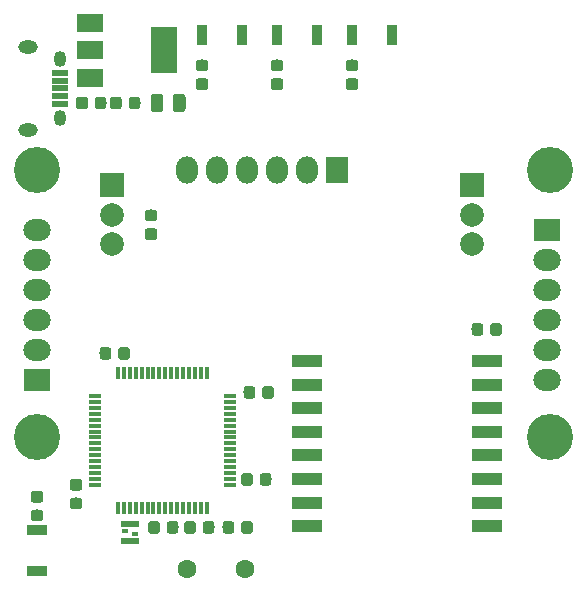
<source format=gts>
G04 #@! TF.GenerationSoftware,KiCad,Pcbnew,(5.0.1-dev-5-g30da1a3b0)*
G04 #@! TF.CreationDate,2018-07-23T01:39:50-07:00*
G04 #@! TF.ProjectId,clock3,636C6F636B332E6B696361645F706362,rev?*
G04 #@! TF.SameCoordinates,Original*
G04 #@! TF.FileFunction,Soldermask,Top*
G04 #@! TF.FilePolarity,Negative*
%FSLAX46Y46*%
G04 Gerber Fmt 4.6, Leading zero omitted, Abs format (unit mm)*
G04 Created by KiCad (PCBNEW (5.0.1-dev-5-g30da1a3b0)) date Mon Jul 23 01:39:50 2018*
%MOMM*%
%LPD*%
G01*
G04 APERTURE LIST*
%ADD10C,3.901600*%
%ADD11R,2.001600X2.001600*%
%ADD12C,2.001600*%
%ADD13C,0.100000*%
%ADD14C,0.976600*%
%ADD15C,1.076600*%
%ADD16R,1.451600X0.501600*%
%ADD17O,1.051600X1.351600*%
%ADD18O,1.651600X1.101600*%
%ADD19R,1.841600X2.301600*%
%ADD20O,1.841600X2.301600*%
%ADD21O,2.301600X1.841600*%
%ADD22R,2.301600X1.841600*%
%ADD23R,0.901600X1.801600*%
%ADD24R,1.801600X0.901600*%
%ADD25R,2.301600X1.601600*%
%ADD26R,2.301600X3.901600*%
%ADD27R,0.351600X1.101600*%
%ADD28R,1.101600X0.351600*%
%ADD29R,2.601600X1.101600*%
%ADD30C,1.601600*%
%ADD31R,1.501600X0.501600*%
%ADD32R,0.601600X0.301600*%
G04 APERTURE END LIST*
D10*
G04 #@! TO.C,MK4*
X148844000Y-112776000D03*
G04 #@! TD*
G04 #@! TO.C,MK3*
X105410000Y-112776000D03*
G04 #@! TD*
G04 #@! TO.C,MK2*
X148844000Y-90170000D03*
G04 #@! TD*
D11*
G04 #@! TO.C,BOOT1*
X111760000Y-91440000D03*
D12*
X111760000Y-93940000D03*
X111760000Y-96440000D03*
G04 #@! TD*
G04 #@! TO.C,BOOT2*
X142240000Y-96440000D03*
X142240000Y-93940000D03*
D11*
X142240000Y-91440000D03*
G04 #@! TD*
D13*
G04 #@! TO.C,C1*
G36*
X111063081Y-83930376D02*
X111086781Y-83933891D01*
X111110023Y-83939713D01*
X111132582Y-83947785D01*
X111154242Y-83958029D01*
X111174792Y-83970347D01*
X111194037Y-83984619D01*
X111211790Y-84000710D01*
X111227881Y-84018463D01*
X111242153Y-84037708D01*
X111254471Y-84058258D01*
X111264715Y-84079918D01*
X111272787Y-84102477D01*
X111278609Y-84125719D01*
X111282124Y-84149419D01*
X111283300Y-84173350D01*
X111283300Y-84736650D01*
X111282124Y-84760581D01*
X111278609Y-84784281D01*
X111272787Y-84807523D01*
X111264715Y-84830082D01*
X111254471Y-84851742D01*
X111242153Y-84872292D01*
X111227881Y-84891537D01*
X111211790Y-84909290D01*
X111194037Y-84925381D01*
X111174792Y-84939653D01*
X111154242Y-84951971D01*
X111132582Y-84962215D01*
X111110023Y-84970287D01*
X111086781Y-84976109D01*
X111063081Y-84979624D01*
X111039150Y-84980800D01*
X110550850Y-84980800D01*
X110526919Y-84979624D01*
X110503219Y-84976109D01*
X110479977Y-84970287D01*
X110457418Y-84962215D01*
X110435758Y-84951971D01*
X110415208Y-84939653D01*
X110395963Y-84925381D01*
X110378210Y-84909290D01*
X110362119Y-84891537D01*
X110347847Y-84872292D01*
X110335529Y-84851742D01*
X110325285Y-84830082D01*
X110317213Y-84807523D01*
X110311391Y-84784281D01*
X110307876Y-84760581D01*
X110306700Y-84736650D01*
X110306700Y-84173350D01*
X110307876Y-84149419D01*
X110311391Y-84125719D01*
X110317213Y-84102477D01*
X110325285Y-84079918D01*
X110335529Y-84058258D01*
X110347847Y-84037708D01*
X110362119Y-84018463D01*
X110378210Y-84000710D01*
X110395963Y-83984619D01*
X110415208Y-83970347D01*
X110435758Y-83958029D01*
X110457418Y-83947785D01*
X110479977Y-83939713D01*
X110503219Y-83933891D01*
X110526919Y-83930376D01*
X110550850Y-83929200D01*
X111039150Y-83929200D01*
X111063081Y-83930376D01*
X111063081Y-83930376D01*
G37*
D14*
X110795000Y-84455000D03*
D13*
G36*
X109488081Y-83930376D02*
X109511781Y-83933891D01*
X109535023Y-83939713D01*
X109557582Y-83947785D01*
X109579242Y-83958029D01*
X109599792Y-83970347D01*
X109619037Y-83984619D01*
X109636790Y-84000710D01*
X109652881Y-84018463D01*
X109667153Y-84037708D01*
X109679471Y-84058258D01*
X109689715Y-84079918D01*
X109697787Y-84102477D01*
X109703609Y-84125719D01*
X109707124Y-84149419D01*
X109708300Y-84173350D01*
X109708300Y-84736650D01*
X109707124Y-84760581D01*
X109703609Y-84784281D01*
X109697787Y-84807523D01*
X109689715Y-84830082D01*
X109679471Y-84851742D01*
X109667153Y-84872292D01*
X109652881Y-84891537D01*
X109636790Y-84909290D01*
X109619037Y-84925381D01*
X109599792Y-84939653D01*
X109579242Y-84951971D01*
X109557582Y-84962215D01*
X109535023Y-84970287D01*
X109511781Y-84976109D01*
X109488081Y-84979624D01*
X109464150Y-84980800D01*
X108975850Y-84980800D01*
X108951919Y-84979624D01*
X108928219Y-84976109D01*
X108904977Y-84970287D01*
X108882418Y-84962215D01*
X108860758Y-84951971D01*
X108840208Y-84939653D01*
X108820963Y-84925381D01*
X108803210Y-84909290D01*
X108787119Y-84891537D01*
X108772847Y-84872292D01*
X108760529Y-84851742D01*
X108750285Y-84830082D01*
X108742213Y-84807523D01*
X108736391Y-84784281D01*
X108732876Y-84760581D01*
X108731700Y-84736650D01*
X108731700Y-84173350D01*
X108732876Y-84149419D01*
X108736391Y-84125719D01*
X108742213Y-84102477D01*
X108750285Y-84079918D01*
X108760529Y-84058258D01*
X108772847Y-84037708D01*
X108787119Y-84018463D01*
X108803210Y-84000710D01*
X108820963Y-83984619D01*
X108840208Y-83970347D01*
X108860758Y-83958029D01*
X108882418Y-83947785D01*
X108904977Y-83939713D01*
X108928219Y-83933891D01*
X108951919Y-83930376D01*
X108975850Y-83929200D01*
X109464150Y-83929200D01*
X109488081Y-83930376D01*
X109488081Y-83930376D01*
G37*
D14*
X109220000Y-84455000D03*
G04 #@! TD*
D13*
G04 #@! TO.C,C2*
G36*
X113933081Y-83930376D02*
X113956781Y-83933891D01*
X113980023Y-83939713D01*
X114002582Y-83947785D01*
X114024242Y-83958029D01*
X114044792Y-83970347D01*
X114064037Y-83984619D01*
X114081790Y-84000710D01*
X114097881Y-84018463D01*
X114112153Y-84037708D01*
X114124471Y-84058258D01*
X114134715Y-84079918D01*
X114142787Y-84102477D01*
X114148609Y-84125719D01*
X114152124Y-84149419D01*
X114153300Y-84173350D01*
X114153300Y-84736650D01*
X114152124Y-84760581D01*
X114148609Y-84784281D01*
X114142787Y-84807523D01*
X114134715Y-84830082D01*
X114124471Y-84851742D01*
X114112153Y-84872292D01*
X114097881Y-84891537D01*
X114081790Y-84909290D01*
X114064037Y-84925381D01*
X114044792Y-84939653D01*
X114024242Y-84951971D01*
X114002582Y-84962215D01*
X113980023Y-84970287D01*
X113956781Y-84976109D01*
X113933081Y-84979624D01*
X113909150Y-84980800D01*
X113420850Y-84980800D01*
X113396919Y-84979624D01*
X113373219Y-84976109D01*
X113349977Y-84970287D01*
X113327418Y-84962215D01*
X113305758Y-84951971D01*
X113285208Y-84939653D01*
X113265963Y-84925381D01*
X113248210Y-84909290D01*
X113232119Y-84891537D01*
X113217847Y-84872292D01*
X113205529Y-84851742D01*
X113195285Y-84830082D01*
X113187213Y-84807523D01*
X113181391Y-84784281D01*
X113177876Y-84760581D01*
X113176700Y-84736650D01*
X113176700Y-84173350D01*
X113177876Y-84149419D01*
X113181391Y-84125719D01*
X113187213Y-84102477D01*
X113195285Y-84079918D01*
X113205529Y-84058258D01*
X113217847Y-84037708D01*
X113232119Y-84018463D01*
X113248210Y-84000710D01*
X113265963Y-83984619D01*
X113285208Y-83970347D01*
X113305758Y-83958029D01*
X113327418Y-83947785D01*
X113349977Y-83939713D01*
X113373219Y-83933891D01*
X113396919Y-83930376D01*
X113420850Y-83929200D01*
X113909150Y-83929200D01*
X113933081Y-83930376D01*
X113933081Y-83930376D01*
G37*
D14*
X113665000Y-84455000D03*
D13*
G36*
X112358081Y-83930376D02*
X112381781Y-83933891D01*
X112405023Y-83939713D01*
X112427582Y-83947785D01*
X112449242Y-83958029D01*
X112469792Y-83970347D01*
X112489037Y-83984619D01*
X112506790Y-84000710D01*
X112522881Y-84018463D01*
X112537153Y-84037708D01*
X112549471Y-84058258D01*
X112559715Y-84079918D01*
X112567787Y-84102477D01*
X112573609Y-84125719D01*
X112577124Y-84149419D01*
X112578300Y-84173350D01*
X112578300Y-84736650D01*
X112577124Y-84760581D01*
X112573609Y-84784281D01*
X112567787Y-84807523D01*
X112559715Y-84830082D01*
X112549471Y-84851742D01*
X112537153Y-84872292D01*
X112522881Y-84891537D01*
X112506790Y-84909290D01*
X112489037Y-84925381D01*
X112469792Y-84939653D01*
X112449242Y-84951971D01*
X112427582Y-84962215D01*
X112405023Y-84970287D01*
X112381781Y-84976109D01*
X112358081Y-84979624D01*
X112334150Y-84980800D01*
X111845850Y-84980800D01*
X111821919Y-84979624D01*
X111798219Y-84976109D01*
X111774977Y-84970287D01*
X111752418Y-84962215D01*
X111730758Y-84951971D01*
X111710208Y-84939653D01*
X111690963Y-84925381D01*
X111673210Y-84909290D01*
X111657119Y-84891537D01*
X111642847Y-84872292D01*
X111630529Y-84851742D01*
X111620285Y-84830082D01*
X111612213Y-84807523D01*
X111606391Y-84784281D01*
X111602876Y-84760581D01*
X111601700Y-84736650D01*
X111601700Y-84173350D01*
X111602876Y-84149419D01*
X111606391Y-84125719D01*
X111612213Y-84102477D01*
X111620285Y-84079918D01*
X111630529Y-84058258D01*
X111642847Y-84037708D01*
X111657119Y-84018463D01*
X111673210Y-84000710D01*
X111690963Y-83984619D01*
X111710208Y-83970347D01*
X111730758Y-83958029D01*
X111752418Y-83947785D01*
X111774977Y-83939713D01*
X111798219Y-83933891D01*
X111821919Y-83930376D01*
X111845850Y-83929200D01*
X112334150Y-83929200D01*
X112358081Y-83930376D01*
X112358081Y-83930376D01*
G37*
D14*
X112090000Y-84455000D03*
G04 #@! TD*
D13*
G04 #@! TO.C,C3*
G36*
X115865531Y-83705496D02*
X115891659Y-83709372D01*
X115917280Y-83715790D01*
X115942149Y-83724688D01*
X115966026Y-83735981D01*
X115988682Y-83749560D01*
X116009897Y-83765294D01*
X116029468Y-83783032D01*
X116047206Y-83802603D01*
X116062940Y-83823818D01*
X116076519Y-83846474D01*
X116087812Y-83870351D01*
X116096710Y-83895220D01*
X116103128Y-83920841D01*
X116107004Y-83946969D01*
X116108300Y-83973350D01*
X116108300Y-84936650D01*
X116107004Y-84963031D01*
X116103128Y-84989159D01*
X116096710Y-85014780D01*
X116087812Y-85039649D01*
X116076519Y-85063526D01*
X116062940Y-85086182D01*
X116047206Y-85107397D01*
X116029468Y-85126968D01*
X116009897Y-85144706D01*
X115988682Y-85160440D01*
X115966026Y-85174019D01*
X115942149Y-85185312D01*
X115917280Y-85194210D01*
X115891659Y-85200628D01*
X115865531Y-85204504D01*
X115839150Y-85205800D01*
X115300850Y-85205800D01*
X115274469Y-85204504D01*
X115248341Y-85200628D01*
X115222720Y-85194210D01*
X115197851Y-85185312D01*
X115173974Y-85174019D01*
X115151318Y-85160440D01*
X115130103Y-85144706D01*
X115110532Y-85126968D01*
X115092794Y-85107397D01*
X115077060Y-85086182D01*
X115063481Y-85063526D01*
X115052188Y-85039649D01*
X115043290Y-85014780D01*
X115036872Y-84989159D01*
X115032996Y-84963031D01*
X115031700Y-84936650D01*
X115031700Y-83973350D01*
X115032996Y-83946969D01*
X115036872Y-83920841D01*
X115043290Y-83895220D01*
X115052188Y-83870351D01*
X115063481Y-83846474D01*
X115077060Y-83823818D01*
X115092794Y-83802603D01*
X115110532Y-83783032D01*
X115130103Y-83765294D01*
X115151318Y-83749560D01*
X115173974Y-83735981D01*
X115197851Y-83724688D01*
X115222720Y-83715790D01*
X115248341Y-83709372D01*
X115274469Y-83705496D01*
X115300850Y-83704200D01*
X115839150Y-83704200D01*
X115865531Y-83705496D01*
X115865531Y-83705496D01*
G37*
D15*
X115570000Y-84455000D03*
D13*
G36*
X117740531Y-83705496D02*
X117766659Y-83709372D01*
X117792280Y-83715790D01*
X117817149Y-83724688D01*
X117841026Y-83735981D01*
X117863682Y-83749560D01*
X117884897Y-83765294D01*
X117904468Y-83783032D01*
X117922206Y-83802603D01*
X117937940Y-83823818D01*
X117951519Y-83846474D01*
X117962812Y-83870351D01*
X117971710Y-83895220D01*
X117978128Y-83920841D01*
X117982004Y-83946969D01*
X117983300Y-83973350D01*
X117983300Y-84936650D01*
X117982004Y-84963031D01*
X117978128Y-84989159D01*
X117971710Y-85014780D01*
X117962812Y-85039649D01*
X117951519Y-85063526D01*
X117937940Y-85086182D01*
X117922206Y-85107397D01*
X117904468Y-85126968D01*
X117884897Y-85144706D01*
X117863682Y-85160440D01*
X117841026Y-85174019D01*
X117817149Y-85185312D01*
X117792280Y-85194210D01*
X117766659Y-85200628D01*
X117740531Y-85204504D01*
X117714150Y-85205800D01*
X117175850Y-85205800D01*
X117149469Y-85204504D01*
X117123341Y-85200628D01*
X117097720Y-85194210D01*
X117072851Y-85185312D01*
X117048974Y-85174019D01*
X117026318Y-85160440D01*
X117005103Y-85144706D01*
X116985532Y-85126968D01*
X116967794Y-85107397D01*
X116952060Y-85086182D01*
X116938481Y-85063526D01*
X116927188Y-85039649D01*
X116918290Y-85014780D01*
X116911872Y-84989159D01*
X116907996Y-84963031D01*
X116906700Y-84936650D01*
X116906700Y-83973350D01*
X116907996Y-83946969D01*
X116911872Y-83920841D01*
X116918290Y-83895220D01*
X116927188Y-83870351D01*
X116938481Y-83846474D01*
X116952060Y-83823818D01*
X116967794Y-83802603D01*
X116985532Y-83783032D01*
X117005103Y-83765294D01*
X117026318Y-83749560D01*
X117048974Y-83735981D01*
X117072851Y-83724688D01*
X117097720Y-83715790D01*
X117123341Y-83709372D01*
X117149469Y-83705496D01*
X117175850Y-83704200D01*
X117714150Y-83704200D01*
X117740531Y-83705496D01*
X117740531Y-83705496D01*
G37*
D15*
X117445000Y-84455000D03*
G04 #@! TD*
D13*
G04 #@! TO.C,C4*
G36*
X117159081Y-119871376D02*
X117182781Y-119874891D01*
X117206023Y-119880713D01*
X117228582Y-119888785D01*
X117250242Y-119899029D01*
X117270792Y-119911347D01*
X117290037Y-119925619D01*
X117307790Y-119941710D01*
X117323881Y-119959463D01*
X117338153Y-119978708D01*
X117350471Y-119999258D01*
X117360715Y-120020918D01*
X117368787Y-120043477D01*
X117374609Y-120066719D01*
X117378124Y-120090419D01*
X117379300Y-120114350D01*
X117379300Y-120677650D01*
X117378124Y-120701581D01*
X117374609Y-120725281D01*
X117368787Y-120748523D01*
X117360715Y-120771082D01*
X117350471Y-120792742D01*
X117338153Y-120813292D01*
X117323881Y-120832537D01*
X117307790Y-120850290D01*
X117290037Y-120866381D01*
X117270792Y-120880653D01*
X117250242Y-120892971D01*
X117228582Y-120903215D01*
X117206023Y-120911287D01*
X117182781Y-120917109D01*
X117159081Y-120920624D01*
X117135150Y-120921800D01*
X116646850Y-120921800D01*
X116622919Y-120920624D01*
X116599219Y-120917109D01*
X116575977Y-120911287D01*
X116553418Y-120903215D01*
X116531758Y-120892971D01*
X116511208Y-120880653D01*
X116491963Y-120866381D01*
X116474210Y-120850290D01*
X116458119Y-120832537D01*
X116443847Y-120813292D01*
X116431529Y-120792742D01*
X116421285Y-120771082D01*
X116413213Y-120748523D01*
X116407391Y-120725281D01*
X116403876Y-120701581D01*
X116402700Y-120677650D01*
X116402700Y-120114350D01*
X116403876Y-120090419D01*
X116407391Y-120066719D01*
X116413213Y-120043477D01*
X116421285Y-120020918D01*
X116431529Y-119999258D01*
X116443847Y-119978708D01*
X116458119Y-119959463D01*
X116474210Y-119941710D01*
X116491963Y-119925619D01*
X116511208Y-119911347D01*
X116531758Y-119899029D01*
X116553418Y-119888785D01*
X116575977Y-119880713D01*
X116599219Y-119874891D01*
X116622919Y-119871376D01*
X116646850Y-119870200D01*
X117135150Y-119870200D01*
X117159081Y-119871376D01*
X117159081Y-119871376D01*
G37*
D14*
X116891000Y-120396000D03*
D13*
G36*
X115584081Y-119871376D02*
X115607781Y-119874891D01*
X115631023Y-119880713D01*
X115653582Y-119888785D01*
X115675242Y-119899029D01*
X115695792Y-119911347D01*
X115715037Y-119925619D01*
X115732790Y-119941710D01*
X115748881Y-119959463D01*
X115763153Y-119978708D01*
X115775471Y-119999258D01*
X115785715Y-120020918D01*
X115793787Y-120043477D01*
X115799609Y-120066719D01*
X115803124Y-120090419D01*
X115804300Y-120114350D01*
X115804300Y-120677650D01*
X115803124Y-120701581D01*
X115799609Y-120725281D01*
X115793787Y-120748523D01*
X115785715Y-120771082D01*
X115775471Y-120792742D01*
X115763153Y-120813292D01*
X115748881Y-120832537D01*
X115732790Y-120850290D01*
X115715037Y-120866381D01*
X115695792Y-120880653D01*
X115675242Y-120892971D01*
X115653582Y-120903215D01*
X115631023Y-120911287D01*
X115607781Y-120917109D01*
X115584081Y-120920624D01*
X115560150Y-120921800D01*
X115071850Y-120921800D01*
X115047919Y-120920624D01*
X115024219Y-120917109D01*
X115000977Y-120911287D01*
X114978418Y-120903215D01*
X114956758Y-120892971D01*
X114936208Y-120880653D01*
X114916963Y-120866381D01*
X114899210Y-120850290D01*
X114883119Y-120832537D01*
X114868847Y-120813292D01*
X114856529Y-120792742D01*
X114846285Y-120771082D01*
X114838213Y-120748523D01*
X114832391Y-120725281D01*
X114828876Y-120701581D01*
X114827700Y-120677650D01*
X114827700Y-120114350D01*
X114828876Y-120090419D01*
X114832391Y-120066719D01*
X114838213Y-120043477D01*
X114846285Y-120020918D01*
X114856529Y-119999258D01*
X114868847Y-119978708D01*
X114883119Y-119959463D01*
X114899210Y-119941710D01*
X114916963Y-119925619D01*
X114936208Y-119911347D01*
X114956758Y-119899029D01*
X114978418Y-119888785D01*
X115000977Y-119880713D01*
X115024219Y-119874891D01*
X115047919Y-119871376D01*
X115071850Y-119870200D01*
X115560150Y-119870200D01*
X115584081Y-119871376D01*
X115584081Y-119871376D01*
G37*
D14*
X115316000Y-120396000D03*
G04 #@! TD*
D13*
G04 #@! TO.C,C5*
G36*
X120207081Y-119871376D02*
X120230781Y-119874891D01*
X120254023Y-119880713D01*
X120276582Y-119888785D01*
X120298242Y-119899029D01*
X120318792Y-119911347D01*
X120338037Y-119925619D01*
X120355790Y-119941710D01*
X120371881Y-119959463D01*
X120386153Y-119978708D01*
X120398471Y-119999258D01*
X120408715Y-120020918D01*
X120416787Y-120043477D01*
X120422609Y-120066719D01*
X120426124Y-120090419D01*
X120427300Y-120114350D01*
X120427300Y-120677650D01*
X120426124Y-120701581D01*
X120422609Y-120725281D01*
X120416787Y-120748523D01*
X120408715Y-120771082D01*
X120398471Y-120792742D01*
X120386153Y-120813292D01*
X120371881Y-120832537D01*
X120355790Y-120850290D01*
X120338037Y-120866381D01*
X120318792Y-120880653D01*
X120298242Y-120892971D01*
X120276582Y-120903215D01*
X120254023Y-120911287D01*
X120230781Y-120917109D01*
X120207081Y-120920624D01*
X120183150Y-120921800D01*
X119694850Y-120921800D01*
X119670919Y-120920624D01*
X119647219Y-120917109D01*
X119623977Y-120911287D01*
X119601418Y-120903215D01*
X119579758Y-120892971D01*
X119559208Y-120880653D01*
X119539963Y-120866381D01*
X119522210Y-120850290D01*
X119506119Y-120832537D01*
X119491847Y-120813292D01*
X119479529Y-120792742D01*
X119469285Y-120771082D01*
X119461213Y-120748523D01*
X119455391Y-120725281D01*
X119451876Y-120701581D01*
X119450700Y-120677650D01*
X119450700Y-120114350D01*
X119451876Y-120090419D01*
X119455391Y-120066719D01*
X119461213Y-120043477D01*
X119469285Y-120020918D01*
X119479529Y-119999258D01*
X119491847Y-119978708D01*
X119506119Y-119959463D01*
X119522210Y-119941710D01*
X119539963Y-119925619D01*
X119559208Y-119911347D01*
X119579758Y-119899029D01*
X119601418Y-119888785D01*
X119623977Y-119880713D01*
X119647219Y-119874891D01*
X119670919Y-119871376D01*
X119694850Y-119870200D01*
X120183150Y-119870200D01*
X120207081Y-119871376D01*
X120207081Y-119871376D01*
G37*
D14*
X119939000Y-120396000D03*
D13*
G36*
X118632081Y-119871376D02*
X118655781Y-119874891D01*
X118679023Y-119880713D01*
X118701582Y-119888785D01*
X118723242Y-119899029D01*
X118743792Y-119911347D01*
X118763037Y-119925619D01*
X118780790Y-119941710D01*
X118796881Y-119959463D01*
X118811153Y-119978708D01*
X118823471Y-119999258D01*
X118833715Y-120020918D01*
X118841787Y-120043477D01*
X118847609Y-120066719D01*
X118851124Y-120090419D01*
X118852300Y-120114350D01*
X118852300Y-120677650D01*
X118851124Y-120701581D01*
X118847609Y-120725281D01*
X118841787Y-120748523D01*
X118833715Y-120771082D01*
X118823471Y-120792742D01*
X118811153Y-120813292D01*
X118796881Y-120832537D01*
X118780790Y-120850290D01*
X118763037Y-120866381D01*
X118743792Y-120880653D01*
X118723242Y-120892971D01*
X118701582Y-120903215D01*
X118679023Y-120911287D01*
X118655781Y-120917109D01*
X118632081Y-120920624D01*
X118608150Y-120921800D01*
X118119850Y-120921800D01*
X118095919Y-120920624D01*
X118072219Y-120917109D01*
X118048977Y-120911287D01*
X118026418Y-120903215D01*
X118004758Y-120892971D01*
X117984208Y-120880653D01*
X117964963Y-120866381D01*
X117947210Y-120850290D01*
X117931119Y-120832537D01*
X117916847Y-120813292D01*
X117904529Y-120792742D01*
X117894285Y-120771082D01*
X117886213Y-120748523D01*
X117880391Y-120725281D01*
X117876876Y-120701581D01*
X117875700Y-120677650D01*
X117875700Y-120114350D01*
X117876876Y-120090419D01*
X117880391Y-120066719D01*
X117886213Y-120043477D01*
X117894285Y-120020918D01*
X117904529Y-119999258D01*
X117916847Y-119978708D01*
X117931119Y-119959463D01*
X117947210Y-119941710D01*
X117964963Y-119925619D01*
X117984208Y-119911347D01*
X118004758Y-119899029D01*
X118026418Y-119888785D01*
X118048977Y-119880713D01*
X118072219Y-119874891D01*
X118095919Y-119871376D01*
X118119850Y-119870200D01*
X118608150Y-119870200D01*
X118632081Y-119871376D01*
X118632081Y-119871376D01*
G37*
D14*
X118364000Y-120396000D03*
G04 #@! TD*
D13*
G04 #@! TO.C,C6*
G36*
X123458081Y-115807376D02*
X123481781Y-115810891D01*
X123505023Y-115816713D01*
X123527582Y-115824785D01*
X123549242Y-115835029D01*
X123569792Y-115847347D01*
X123589037Y-115861619D01*
X123606790Y-115877710D01*
X123622881Y-115895463D01*
X123637153Y-115914708D01*
X123649471Y-115935258D01*
X123659715Y-115956918D01*
X123667787Y-115979477D01*
X123673609Y-116002719D01*
X123677124Y-116026419D01*
X123678300Y-116050350D01*
X123678300Y-116613650D01*
X123677124Y-116637581D01*
X123673609Y-116661281D01*
X123667787Y-116684523D01*
X123659715Y-116707082D01*
X123649471Y-116728742D01*
X123637153Y-116749292D01*
X123622881Y-116768537D01*
X123606790Y-116786290D01*
X123589037Y-116802381D01*
X123569792Y-116816653D01*
X123549242Y-116828971D01*
X123527582Y-116839215D01*
X123505023Y-116847287D01*
X123481781Y-116853109D01*
X123458081Y-116856624D01*
X123434150Y-116857800D01*
X122945850Y-116857800D01*
X122921919Y-116856624D01*
X122898219Y-116853109D01*
X122874977Y-116847287D01*
X122852418Y-116839215D01*
X122830758Y-116828971D01*
X122810208Y-116816653D01*
X122790963Y-116802381D01*
X122773210Y-116786290D01*
X122757119Y-116768537D01*
X122742847Y-116749292D01*
X122730529Y-116728742D01*
X122720285Y-116707082D01*
X122712213Y-116684523D01*
X122706391Y-116661281D01*
X122702876Y-116637581D01*
X122701700Y-116613650D01*
X122701700Y-116050350D01*
X122702876Y-116026419D01*
X122706391Y-116002719D01*
X122712213Y-115979477D01*
X122720285Y-115956918D01*
X122730529Y-115935258D01*
X122742847Y-115914708D01*
X122757119Y-115895463D01*
X122773210Y-115877710D01*
X122790963Y-115861619D01*
X122810208Y-115847347D01*
X122830758Y-115835029D01*
X122852418Y-115824785D01*
X122874977Y-115816713D01*
X122898219Y-115810891D01*
X122921919Y-115807376D01*
X122945850Y-115806200D01*
X123434150Y-115806200D01*
X123458081Y-115807376D01*
X123458081Y-115807376D01*
G37*
D14*
X123190000Y-116332000D03*
D13*
G36*
X125033081Y-115807376D02*
X125056781Y-115810891D01*
X125080023Y-115816713D01*
X125102582Y-115824785D01*
X125124242Y-115835029D01*
X125144792Y-115847347D01*
X125164037Y-115861619D01*
X125181790Y-115877710D01*
X125197881Y-115895463D01*
X125212153Y-115914708D01*
X125224471Y-115935258D01*
X125234715Y-115956918D01*
X125242787Y-115979477D01*
X125248609Y-116002719D01*
X125252124Y-116026419D01*
X125253300Y-116050350D01*
X125253300Y-116613650D01*
X125252124Y-116637581D01*
X125248609Y-116661281D01*
X125242787Y-116684523D01*
X125234715Y-116707082D01*
X125224471Y-116728742D01*
X125212153Y-116749292D01*
X125197881Y-116768537D01*
X125181790Y-116786290D01*
X125164037Y-116802381D01*
X125144792Y-116816653D01*
X125124242Y-116828971D01*
X125102582Y-116839215D01*
X125080023Y-116847287D01*
X125056781Y-116853109D01*
X125033081Y-116856624D01*
X125009150Y-116857800D01*
X124520850Y-116857800D01*
X124496919Y-116856624D01*
X124473219Y-116853109D01*
X124449977Y-116847287D01*
X124427418Y-116839215D01*
X124405758Y-116828971D01*
X124385208Y-116816653D01*
X124365963Y-116802381D01*
X124348210Y-116786290D01*
X124332119Y-116768537D01*
X124317847Y-116749292D01*
X124305529Y-116728742D01*
X124295285Y-116707082D01*
X124287213Y-116684523D01*
X124281391Y-116661281D01*
X124277876Y-116637581D01*
X124276700Y-116613650D01*
X124276700Y-116050350D01*
X124277876Y-116026419D01*
X124281391Y-116002719D01*
X124287213Y-115979477D01*
X124295285Y-115956918D01*
X124305529Y-115935258D01*
X124317847Y-115914708D01*
X124332119Y-115895463D01*
X124348210Y-115877710D01*
X124365963Y-115861619D01*
X124385208Y-115847347D01*
X124405758Y-115835029D01*
X124427418Y-115824785D01*
X124449977Y-115816713D01*
X124473219Y-115810891D01*
X124496919Y-115807376D01*
X124520850Y-115806200D01*
X125009150Y-115806200D01*
X125033081Y-115807376D01*
X125033081Y-115807376D01*
G37*
D14*
X124765000Y-116332000D03*
G04 #@! TD*
D13*
G04 #@! TO.C,C7*
G36*
X125236081Y-108441376D02*
X125259781Y-108444891D01*
X125283023Y-108450713D01*
X125305582Y-108458785D01*
X125327242Y-108469029D01*
X125347792Y-108481347D01*
X125367037Y-108495619D01*
X125384790Y-108511710D01*
X125400881Y-108529463D01*
X125415153Y-108548708D01*
X125427471Y-108569258D01*
X125437715Y-108590918D01*
X125445787Y-108613477D01*
X125451609Y-108636719D01*
X125455124Y-108660419D01*
X125456300Y-108684350D01*
X125456300Y-109247650D01*
X125455124Y-109271581D01*
X125451609Y-109295281D01*
X125445787Y-109318523D01*
X125437715Y-109341082D01*
X125427471Y-109362742D01*
X125415153Y-109383292D01*
X125400881Y-109402537D01*
X125384790Y-109420290D01*
X125367037Y-109436381D01*
X125347792Y-109450653D01*
X125327242Y-109462971D01*
X125305582Y-109473215D01*
X125283023Y-109481287D01*
X125259781Y-109487109D01*
X125236081Y-109490624D01*
X125212150Y-109491800D01*
X124723850Y-109491800D01*
X124699919Y-109490624D01*
X124676219Y-109487109D01*
X124652977Y-109481287D01*
X124630418Y-109473215D01*
X124608758Y-109462971D01*
X124588208Y-109450653D01*
X124568963Y-109436381D01*
X124551210Y-109420290D01*
X124535119Y-109402537D01*
X124520847Y-109383292D01*
X124508529Y-109362742D01*
X124498285Y-109341082D01*
X124490213Y-109318523D01*
X124484391Y-109295281D01*
X124480876Y-109271581D01*
X124479700Y-109247650D01*
X124479700Y-108684350D01*
X124480876Y-108660419D01*
X124484391Y-108636719D01*
X124490213Y-108613477D01*
X124498285Y-108590918D01*
X124508529Y-108569258D01*
X124520847Y-108548708D01*
X124535119Y-108529463D01*
X124551210Y-108511710D01*
X124568963Y-108495619D01*
X124588208Y-108481347D01*
X124608758Y-108469029D01*
X124630418Y-108458785D01*
X124652977Y-108450713D01*
X124676219Y-108444891D01*
X124699919Y-108441376D01*
X124723850Y-108440200D01*
X125212150Y-108440200D01*
X125236081Y-108441376D01*
X125236081Y-108441376D01*
G37*
D14*
X124968000Y-108966000D03*
D13*
G36*
X123661081Y-108441376D02*
X123684781Y-108444891D01*
X123708023Y-108450713D01*
X123730582Y-108458785D01*
X123752242Y-108469029D01*
X123772792Y-108481347D01*
X123792037Y-108495619D01*
X123809790Y-108511710D01*
X123825881Y-108529463D01*
X123840153Y-108548708D01*
X123852471Y-108569258D01*
X123862715Y-108590918D01*
X123870787Y-108613477D01*
X123876609Y-108636719D01*
X123880124Y-108660419D01*
X123881300Y-108684350D01*
X123881300Y-109247650D01*
X123880124Y-109271581D01*
X123876609Y-109295281D01*
X123870787Y-109318523D01*
X123862715Y-109341082D01*
X123852471Y-109362742D01*
X123840153Y-109383292D01*
X123825881Y-109402537D01*
X123809790Y-109420290D01*
X123792037Y-109436381D01*
X123772792Y-109450653D01*
X123752242Y-109462971D01*
X123730582Y-109473215D01*
X123708023Y-109481287D01*
X123684781Y-109487109D01*
X123661081Y-109490624D01*
X123637150Y-109491800D01*
X123148850Y-109491800D01*
X123124919Y-109490624D01*
X123101219Y-109487109D01*
X123077977Y-109481287D01*
X123055418Y-109473215D01*
X123033758Y-109462971D01*
X123013208Y-109450653D01*
X122993963Y-109436381D01*
X122976210Y-109420290D01*
X122960119Y-109402537D01*
X122945847Y-109383292D01*
X122933529Y-109362742D01*
X122923285Y-109341082D01*
X122915213Y-109318523D01*
X122909391Y-109295281D01*
X122905876Y-109271581D01*
X122904700Y-109247650D01*
X122904700Y-108684350D01*
X122905876Y-108660419D01*
X122909391Y-108636719D01*
X122915213Y-108613477D01*
X122923285Y-108590918D01*
X122933529Y-108569258D01*
X122945847Y-108548708D01*
X122960119Y-108529463D01*
X122976210Y-108511710D01*
X122993963Y-108495619D01*
X123013208Y-108481347D01*
X123033758Y-108469029D01*
X123055418Y-108458785D01*
X123077977Y-108450713D01*
X123101219Y-108444891D01*
X123124919Y-108441376D01*
X123148850Y-108440200D01*
X123637150Y-108440200D01*
X123661081Y-108441376D01*
X123661081Y-108441376D01*
G37*
D14*
X123393000Y-108966000D03*
G04 #@! TD*
D13*
G04 #@! TO.C,C8*
G36*
X111469081Y-105139376D02*
X111492781Y-105142891D01*
X111516023Y-105148713D01*
X111538582Y-105156785D01*
X111560242Y-105167029D01*
X111580792Y-105179347D01*
X111600037Y-105193619D01*
X111617790Y-105209710D01*
X111633881Y-105227463D01*
X111648153Y-105246708D01*
X111660471Y-105267258D01*
X111670715Y-105288918D01*
X111678787Y-105311477D01*
X111684609Y-105334719D01*
X111688124Y-105358419D01*
X111689300Y-105382350D01*
X111689300Y-105945650D01*
X111688124Y-105969581D01*
X111684609Y-105993281D01*
X111678787Y-106016523D01*
X111670715Y-106039082D01*
X111660471Y-106060742D01*
X111648153Y-106081292D01*
X111633881Y-106100537D01*
X111617790Y-106118290D01*
X111600037Y-106134381D01*
X111580792Y-106148653D01*
X111560242Y-106160971D01*
X111538582Y-106171215D01*
X111516023Y-106179287D01*
X111492781Y-106185109D01*
X111469081Y-106188624D01*
X111445150Y-106189800D01*
X110956850Y-106189800D01*
X110932919Y-106188624D01*
X110909219Y-106185109D01*
X110885977Y-106179287D01*
X110863418Y-106171215D01*
X110841758Y-106160971D01*
X110821208Y-106148653D01*
X110801963Y-106134381D01*
X110784210Y-106118290D01*
X110768119Y-106100537D01*
X110753847Y-106081292D01*
X110741529Y-106060742D01*
X110731285Y-106039082D01*
X110723213Y-106016523D01*
X110717391Y-105993281D01*
X110713876Y-105969581D01*
X110712700Y-105945650D01*
X110712700Y-105382350D01*
X110713876Y-105358419D01*
X110717391Y-105334719D01*
X110723213Y-105311477D01*
X110731285Y-105288918D01*
X110741529Y-105267258D01*
X110753847Y-105246708D01*
X110768119Y-105227463D01*
X110784210Y-105209710D01*
X110801963Y-105193619D01*
X110821208Y-105179347D01*
X110841758Y-105167029D01*
X110863418Y-105156785D01*
X110885977Y-105148713D01*
X110909219Y-105142891D01*
X110932919Y-105139376D01*
X110956850Y-105138200D01*
X111445150Y-105138200D01*
X111469081Y-105139376D01*
X111469081Y-105139376D01*
G37*
D14*
X111201000Y-105664000D03*
D13*
G36*
X113044081Y-105139376D02*
X113067781Y-105142891D01*
X113091023Y-105148713D01*
X113113582Y-105156785D01*
X113135242Y-105167029D01*
X113155792Y-105179347D01*
X113175037Y-105193619D01*
X113192790Y-105209710D01*
X113208881Y-105227463D01*
X113223153Y-105246708D01*
X113235471Y-105267258D01*
X113245715Y-105288918D01*
X113253787Y-105311477D01*
X113259609Y-105334719D01*
X113263124Y-105358419D01*
X113264300Y-105382350D01*
X113264300Y-105945650D01*
X113263124Y-105969581D01*
X113259609Y-105993281D01*
X113253787Y-106016523D01*
X113245715Y-106039082D01*
X113235471Y-106060742D01*
X113223153Y-106081292D01*
X113208881Y-106100537D01*
X113192790Y-106118290D01*
X113175037Y-106134381D01*
X113155792Y-106148653D01*
X113135242Y-106160971D01*
X113113582Y-106171215D01*
X113091023Y-106179287D01*
X113067781Y-106185109D01*
X113044081Y-106188624D01*
X113020150Y-106189800D01*
X112531850Y-106189800D01*
X112507919Y-106188624D01*
X112484219Y-106185109D01*
X112460977Y-106179287D01*
X112438418Y-106171215D01*
X112416758Y-106160971D01*
X112396208Y-106148653D01*
X112376963Y-106134381D01*
X112359210Y-106118290D01*
X112343119Y-106100537D01*
X112328847Y-106081292D01*
X112316529Y-106060742D01*
X112306285Y-106039082D01*
X112298213Y-106016523D01*
X112292391Y-105993281D01*
X112288876Y-105969581D01*
X112287700Y-105945650D01*
X112287700Y-105382350D01*
X112288876Y-105358419D01*
X112292391Y-105334719D01*
X112298213Y-105311477D01*
X112306285Y-105288918D01*
X112316529Y-105267258D01*
X112328847Y-105246708D01*
X112343119Y-105227463D01*
X112359210Y-105209710D01*
X112376963Y-105193619D01*
X112396208Y-105179347D01*
X112416758Y-105167029D01*
X112438418Y-105156785D01*
X112460977Y-105148713D01*
X112484219Y-105142891D01*
X112507919Y-105139376D01*
X112531850Y-105138200D01*
X113020150Y-105138200D01*
X113044081Y-105139376D01*
X113044081Y-105139376D01*
G37*
D14*
X112776000Y-105664000D03*
G04 #@! TD*
D13*
G04 #@! TO.C,C9*
G36*
X109017581Y-116301876D02*
X109041281Y-116305391D01*
X109064523Y-116311213D01*
X109087082Y-116319285D01*
X109108742Y-116329529D01*
X109129292Y-116341847D01*
X109148537Y-116356119D01*
X109166290Y-116372210D01*
X109182381Y-116389963D01*
X109196653Y-116409208D01*
X109208971Y-116429758D01*
X109219215Y-116451418D01*
X109227287Y-116473977D01*
X109233109Y-116497219D01*
X109236624Y-116520919D01*
X109237800Y-116544850D01*
X109237800Y-117033150D01*
X109236624Y-117057081D01*
X109233109Y-117080781D01*
X109227287Y-117104023D01*
X109219215Y-117126582D01*
X109208971Y-117148242D01*
X109196653Y-117168792D01*
X109182381Y-117188037D01*
X109166290Y-117205790D01*
X109148537Y-117221881D01*
X109129292Y-117236153D01*
X109108742Y-117248471D01*
X109087082Y-117258715D01*
X109064523Y-117266787D01*
X109041281Y-117272609D01*
X109017581Y-117276124D01*
X108993650Y-117277300D01*
X108430350Y-117277300D01*
X108406419Y-117276124D01*
X108382719Y-117272609D01*
X108359477Y-117266787D01*
X108336918Y-117258715D01*
X108315258Y-117248471D01*
X108294708Y-117236153D01*
X108275463Y-117221881D01*
X108257710Y-117205790D01*
X108241619Y-117188037D01*
X108227347Y-117168792D01*
X108215029Y-117148242D01*
X108204785Y-117126582D01*
X108196713Y-117104023D01*
X108190891Y-117080781D01*
X108187376Y-117057081D01*
X108186200Y-117033150D01*
X108186200Y-116544850D01*
X108187376Y-116520919D01*
X108190891Y-116497219D01*
X108196713Y-116473977D01*
X108204785Y-116451418D01*
X108215029Y-116429758D01*
X108227347Y-116409208D01*
X108241619Y-116389963D01*
X108257710Y-116372210D01*
X108275463Y-116356119D01*
X108294708Y-116341847D01*
X108315258Y-116329529D01*
X108336918Y-116319285D01*
X108359477Y-116311213D01*
X108382719Y-116305391D01*
X108406419Y-116301876D01*
X108430350Y-116300700D01*
X108993650Y-116300700D01*
X109017581Y-116301876D01*
X109017581Y-116301876D01*
G37*
D14*
X108712000Y-116789000D03*
D13*
G36*
X109017581Y-117876876D02*
X109041281Y-117880391D01*
X109064523Y-117886213D01*
X109087082Y-117894285D01*
X109108742Y-117904529D01*
X109129292Y-117916847D01*
X109148537Y-117931119D01*
X109166290Y-117947210D01*
X109182381Y-117964963D01*
X109196653Y-117984208D01*
X109208971Y-118004758D01*
X109219215Y-118026418D01*
X109227287Y-118048977D01*
X109233109Y-118072219D01*
X109236624Y-118095919D01*
X109237800Y-118119850D01*
X109237800Y-118608150D01*
X109236624Y-118632081D01*
X109233109Y-118655781D01*
X109227287Y-118679023D01*
X109219215Y-118701582D01*
X109208971Y-118723242D01*
X109196653Y-118743792D01*
X109182381Y-118763037D01*
X109166290Y-118780790D01*
X109148537Y-118796881D01*
X109129292Y-118811153D01*
X109108742Y-118823471D01*
X109087082Y-118833715D01*
X109064523Y-118841787D01*
X109041281Y-118847609D01*
X109017581Y-118851124D01*
X108993650Y-118852300D01*
X108430350Y-118852300D01*
X108406419Y-118851124D01*
X108382719Y-118847609D01*
X108359477Y-118841787D01*
X108336918Y-118833715D01*
X108315258Y-118823471D01*
X108294708Y-118811153D01*
X108275463Y-118796881D01*
X108257710Y-118780790D01*
X108241619Y-118763037D01*
X108227347Y-118743792D01*
X108215029Y-118723242D01*
X108204785Y-118701582D01*
X108196713Y-118679023D01*
X108190891Y-118655781D01*
X108187376Y-118632081D01*
X108186200Y-118608150D01*
X108186200Y-118119850D01*
X108187376Y-118095919D01*
X108190891Y-118072219D01*
X108196713Y-118048977D01*
X108204785Y-118026418D01*
X108215029Y-118004758D01*
X108227347Y-117984208D01*
X108241619Y-117964963D01*
X108257710Y-117947210D01*
X108275463Y-117931119D01*
X108294708Y-117916847D01*
X108315258Y-117904529D01*
X108336918Y-117894285D01*
X108359477Y-117886213D01*
X108382719Y-117880391D01*
X108406419Y-117876876D01*
X108430350Y-117875700D01*
X108993650Y-117875700D01*
X109017581Y-117876876D01*
X109017581Y-117876876D01*
G37*
D14*
X108712000Y-118364000D03*
G04 #@! TD*
D13*
G04 #@! TO.C,C12*
G36*
X119685581Y-82367876D02*
X119709281Y-82371391D01*
X119732523Y-82377213D01*
X119755082Y-82385285D01*
X119776742Y-82395529D01*
X119797292Y-82407847D01*
X119816537Y-82422119D01*
X119834290Y-82438210D01*
X119850381Y-82455963D01*
X119864653Y-82475208D01*
X119876971Y-82495758D01*
X119887215Y-82517418D01*
X119895287Y-82539977D01*
X119901109Y-82563219D01*
X119904624Y-82586919D01*
X119905800Y-82610850D01*
X119905800Y-83099150D01*
X119904624Y-83123081D01*
X119901109Y-83146781D01*
X119895287Y-83170023D01*
X119887215Y-83192582D01*
X119876971Y-83214242D01*
X119864653Y-83234792D01*
X119850381Y-83254037D01*
X119834290Y-83271790D01*
X119816537Y-83287881D01*
X119797292Y-83302153D01*
X119776742Y-83314471D01*
X119755082Y-83324715D01*
X119732523Y-83332787D01*
X119709281Y-83338609D01*
X119685581Y-83342124D01*
X119661650Y-83343300D01*
X119098350Y-83343300D01*
X119074419Y-83342124D01*
X119050719Y-83338609D01*
X119027477Y-83332787D01*
X119004918Y-83324715D01*
X118983258Y-83314471D01*
X118962708Y-83302153D01*
X118943463Y-83287881D01*
X118925710Y-83271790D01*
X118909619Y-83254037D01*
X118895347Y-83234792D01*
X118883029Y-83214242D01*
X118872785Y-83192582D01*
X118864713Y-83170023D01*
X118858891Y-83146781D01*
X118855376Y-83123081D01*
X118854200Y-83099150D01*
X118854200Y-82610850D01*
X118855376Y-82586919D01*
X118858891Y-82563219D01*
X118864713Y-82539977D01*
X118872785Y-82517418D01*
X118883029Y-82495758D01*
X118895347Y-82475208D01*
X118909619Y-82455963D01*
X118925710Y-82438210D01*
X118943463Y-82422119D01*
X118962708Y-82407847D01*
X118983258Y-82395529D01*
X119004918Y-82385285D01*
X119027477Y-82377213D01*
X119050719Y-82371391D01*
X119074419Y-82367876D01*
X119098350Y-82366700D01*
X119661650Y-82366700D01*
X119685581Y-82367876D01*
X119685581Y-82367876D01*
G37*
D14*
X119380000Y-82855000D03*
D13*
G36*
X119685581Y-80792876D02*
X119709281Y-80796391D01*
X119732523Y-80802213D01*
X119755082Y-80810285D01*
X119776742Y-80820529D01*
X119797292Y-80832847D01*
X119816537Y-80847119D01*
X119834290Y-80863210D01*
X119850381Y-80880963D01*
X119864653Y-80900208D01*
X119876971Y-80920758D01*
X119887215Y-80942418D01*
X119895287Y-80964977D01*
X119901109Y-80988219D01*
X119904624Y-81011919D01*
X119905800Y-81035850D01*
X119905800Y-81524150D01*
X119904624Y-81548081D01*
X119901109Y-81571781D01*
X119895287Y-81595023D01*
X119887215Y-81617582D01*
X119876971Y-81639242D01*
X119864653Y-81659792D01*
X119850381Y-81679037D01*
X119834290Y-81696790D01*
X119816537Y-81712881D01*
X119797292Y-81727153D01*
X119776742Y-81739471D01*
X119755082Y-81749715D01*
X119732523Y-81757787D01*
X119709281Y-81763609D01*
X119685581Y-81767124D01*
X119661650Y-81768300D01*
X119098350Y-81768300D01*
X119074419Y-81767124D01*
X119050719Y-81763609D01*
X119027477Y-81757787D01*
X119004918Y-81749715D01*
X118983258Y-81739471D01*
X118962708Y-81727153D01*
X118943463Y-81712881D01*
X118925710Y-81696790D01*
X118909619Y-81679037D01*
X118895347Y-81659792D01*
X118883029Y-81639242D01*
X118872785Y-81617582D01*
X118864713Y-81595023D01*
X118858891Y-81571781D01*
X118855376Y-81548081D01*
X118854200Y-81524150D01*
X118854200Y-81035850D01*
X118855376Y-81011919D01*
X118858891Y-80988219D01*
X118864713Y-80964977D01*
X118872785Y-80942418D01*
X118883029Y-80920758D01*
X118895347Y-80900208D01*
X118909619Y-80880963D01*
X118925710Y-80863210D01*
X118943463Y-80847119D01*
X118962708Y-80832847D01*
X118983258Y-80820529D01*
X119004918Y-80810285D01*
X119027477Y-80802213D01*
X119050719Y-80796391D01*
X119074419Y-80792876D01*
X119098350Y-80791700D01*
X119661650Y-80791700D01*
X119685581Y-80792876D01*
X119685581Y-80792876D01*
G37*
D14*
X119380000Y-81280000D03*
G04 #@! TD*
D13*
G04 #@! TO.C,C13*
G36*
X126035581Y-80792876D02*
X126059281Y-80796391D01*
X126082523Y-80802213D01*
X126105082Y-80810285D01*
X126126742Y-80820529D01*
X126147292Y-80832847D01*
X126166537Y-80847119D01*
X126184290Y-80863210D01*
X126200381Y-80880963D01*
X126214653Y-80900208D01*
X126226971Y-80920758D01*
X126237215Y-80942418D01*
X126245287Y-80964977D01*
X126251109Y-80988219D01*
X126254624Y-81011919D01*
X126255800Y-81035850D01*
X126255800Y-81524150D01*
X126254624Y-81548081D01*
X126251109Y-81571781D01*
X126245287Y-81595023D01*
X126237215Y-81617582D01*
X126226971Y-81639242D01*
X126214653Y-81659792D01*
X126200381Y-81679037D01*
X126184290Y-81696790D01*
X126166537Y-81712881D01*
X126147292Y-81727153D01*
X126126742Y-81739471D01*
X126105082Y-81749715D01*
X126082523Y-81757787D01*
X126059281Y-81763609D01*
X126035581Y-81767124D01*
X126011650Y-81768300D01*
X125448350Y-81768300D01*
X125424419Y-81767124D01*
X125400719Y-81763609D01*
X125377477Y-81757787D01*
X125354918Y-81749715D01*
X125333258Y-81739471D01*
X125312708Y-81727153D01*
X125293463Y-81712881D01*
X125275710Y-81696790D01*
X125259619Y-81679037D01*
X125245347Y-81659792D01*
X125233029Y-81639242D01*
X125222785Y-81617582D01*
X125214713Y-81595023D01*
X125208891Y-81571781D01*
X125205376Y-81548081D01*
X125204200Y-81524150D01*
X125204200Y-81035850D01*
X125205376Y-81011919D01*
X125208891Y-80988219D01*
X125214713Y-80964977D01*
X125222785Y-80942418D01*
X125233029Y-80920758D01*
X125245347Y-80900208D01*
X125259619Y-80880963D01*
X125275710Y-80863210D01*
X125293463Y-80847119D01*
X125312708Y-80832847D01*
X125333258Y-80820529D01*
X125354918Y-80810285D01*
X125377477Y-80802213D01*
X125400719Y-80796391D01*
X125424419Y-80792876D01*
X125448350Y-80791700D01*
X126011650Y-80791700D01*
X126035581Y-80792876D01*
X126035581Y-80792876D01*
G37*
D14*
X125730000Y-81280000D03*
D13*
G36*
X126035581Y-82367876D02*
X126059281Y-82371391D01*
X126082523Y-82377213D01*
X126105082Y-82385285D01*
X126126742Y-82395529D01*
X126147292Y-82407847D01*
X126166537Y-82422119D01*
X126184290Y-82438210D01*
X126200381Y-82455963D01*
X126214653Y-82475208D01*
X126226971Y-82495758D01*
X126237215Y-82517418D01*
X126245287Y-82539977D01*
X126251109Y-82563219D01*
X126254624Y-82586919D01*
X126255800Y-82610850D01*
X126255800Y-83099150D01*
X126254624Y-83123081D01*
X126251109Y-83146781D01*
X126245287Y-83170023D01*
X126237215Y-83192582D01*
X126226971Y-83214242D01*
X126214653Y-83234792D01*
X126200381Y-83254037D01*
X126184290Y-83271790D01*
X126166537Y-83287881D01*
X126147292Y-83302153D01*
X126126742Y-83314471D01*
X126105082Y-83324715D01*
X126082523Y-83332787D01*
X126059281Y-83338609D01*
X126035581Y-83342124D01*
X126011650Y-83343300D01*
X125448350Y-83343300D01*
X125424419Y-83342124D01*
X125400719Y-83338609D01*
X125377477Y-83332787D01*
X125354918Y-83324715D01*
X125333258Y-83314471D01*
X125312708Y-83302153D01*
X125293463Y-83287881D01*
X125275710Y-83271790D01*
X125259619Y-83254037D01*
X125245347Y-83234792D01*
X125233029Y-83214242D01*
X125222785Y-83192582D01*
X125214713Y-83170023D01*
X125208891Y-83146781D01*
X125205376Y-83123081D01*
X125204200Y-83099150D01*
X125204200Y-82610850D01*
X125205376Y-82586919D01*
X125208891Y-82563219D01*
X125214713Y-82539977D01*
X125222785Y-82517418D01*
X125233029Y-82495758D01*
X125245347Y-82475208D01*
X125259619Y-82455963D01*
X125275710Y-82438210D01*
X125293463Y-82422119D01*
X125312708Y-82407847D01*
X125333258Y-82395529D01*
X125354918Y-82385285D01*
X125377477Y-82377213D01*
X125400719Y-82371391D01*
X125424419Y-82367876D01*
X125448350Y-82366700D01*
X126011650Y-82366700D01*
X126035581Y-82367876D01*
X126035581Y-82367876D01*
G37*
D14*
X125730000Y-82855000D03*
G04 #@! TD*
D13*
G04 #@! TO.C,C14*
G36*
X132385581Y-82367876D02*
X132409281Y-82371391D01*
X132432523Y-82377213D01*
X132455082Y-82385285D01*
X132476742Y-82395529D01*
X132497292Y-82407847D01*
X132516537Y-82422119D01*
X132534290Y-82438210D01*
X132550381Y-82455963D01*
X132564653Y-82475208D01*
X132576971Y-82495758D01*
X132587215Y-82517418D01*
X132595287Y-82539977D01*
X132601109Y-82563219D01*
X132604624Y-82586919D01*
X132605800Y-82610850D01*
X132605800Y-83099150D01*
X132604624Y-83123081D01*
X132601109Y-83146781D01*
X132595287Y-83170023D01*
X132587215Y-83192582D01*
X132576971Y-83214242D01*
X132564653Y-83234792D01*
X132550381Y-83254037D01*
X132534290Y-83271790D01*
X132516537Y-83287881D01*
X132497292Y-83302153D01*
X132476742Y-83314471D01*
X132455082Y-83324715D01*
X132432523Y-83332787D01*
X132409281Y-83338609D01*
X132385581Y-83342124D01*
X132361650Y-83343300D01*
X131798350Y-83343300D01*
X131774419Y-83342124D01*
X131750719Y-83338609D01*
X131727477Y-83332787D01*
X131704918Y-83324715D01*
X131683258Y-83314471D01*
X131662708Y-83302153D01*
X131643463Y-83287881D01*
X131625710Y-83271790D01*
X131609619Y-83254037D01*
X131595347Y-83234792D01*
X131583029Y-83214242D01*
X131572785Y-83192582D01*
X131564713Y-83170023D01*
X131558891Y-83146781D01*
X131555376Y-83123081D01*
X131554200Y-83099150D01*
X131554200Y-82610850D01*
X131555376Y-82586919D01*
X131558891Y-82563219D01*
X131564713Y-82539977D01*
X131572785Y-82517418D01*
X131583029Y-82495758D01*
X131595347Y-82475208D01*
X131609619Y-82455963D01*
X131625710Y-82438210D01*
X131643463Y-82422119D01*
X131662708Y-82407847D01*
X131683258Y-82395529D01*
X131704918Y-82385285D01*
X131727477Y-82377213D01*
X131750719Y-82371391D01*
X131774419Y-82367876D01*
X131798350Y-82366700D01*
X132361650Y-82366700D01*
X132385581Y-82367876D01*
X132385581Y-82367876D01*
G37*
D14*
X132080000Y-82855000D03*
D13*
G36*
X132385581Y-80792876D02*
X132409281Y-80796391D01*
X132432523Y-80802213D01*
X132455082Y-80810285D01*
X132476742Y-80820529D01*
X132497292Y-80832847D01*
X132516537Y-80847119D01*
X132534290Y-80863210D01*
X132550381Y-80880963D01*
X132564653Y-80900208D01*
X132576971Y-80920758D01*
X132587215Y-80942418D01*
X132595287Y-80964977D01*
X132601109Y-80988219D01*
X132604624Y-81011919D01*
X132605800Y-81035850D01*
X132605800Y-81524150D01*
X132604624Y-81548081D01*
X132601109Y-81571781D01*
X132595287Y-81595023D01*
X132587215Y-81617582D01*
X132576971Y-81639242D01*
X132564653Y-81659792D01*
X132550381Y-81679037D01*
X132534290Y-81696790D01*
X132516537Y-81712881D01*
X132497292Y-81727153D01*
X132476742Y-81739471D01*
X132455082Y-81749715D01*
X132432523Y-81757787D01*
X132409281Y-81763609D01*
X132385581Y-81767124D01*
X132361650Y-81768300D01*
X131798350Y-81768300D01*
X131774419Y-81767124D01*
X131750719Y-81763609D01*
X131727477Y-81757787D01*
X131704918Y-81749715D01*
X131683258Y-81739471D01*
X131662708Y-81727153D01*
X131643463Y-81712881D01*
X131625710Y-81696790D01*
X131609619Y-81679037D01*
X131595347Y-81659792D01*
X131583029Y-81639242D01*
X131572785Y-81617582D01*
X131564713Y-81595023D01*
X131558891Y-81571781D01*
X131555376Y-81548081D01*
X131554200Y-81524150D01*
X131554200Y-81035850D01*
X131555376Y-81011919D01*
X131558891Y-80988219D01*
X131564713Y-80964977D01*
X131572785Y-80942418D01*
X131583029Y-80920758D01*
X131595347Y-80900208D01*
X131609619Y-80880963D01*
X131625710Y-80863210D01*
X131643463Y-80847119D01*
X131662708Y-80832847D01*
X131683258Y-80820529D01*
X131704918Y-80810285D01*
X131727477Y-80802213D01*
X131750719Y-80796391D01*
X131774419Y-80792876D01*
X131798350Y-80791700D01*
X132361650Y-80791700D01*
X132385581Y-80792876D01*
X132385581Y-80792876D01*
G37*
D14*
X132080000Y-81280000D03*
G04 #@! TD*
D13*
G04 #@! TO.C,C15*
G36*
X105715581Y-118892876D02*
X105739281Y-118896391D01*
X105762523Y-118902213D01*
X105785082Y-118910285D01*
X105806742Y-118920529D01*
X105827292Y-118932847D01*
X105846537Y-118947119D01*
X105864290Y-118963210D01*
X105880381Y-118980963D01*
X105894653Y-119000208D01*
X105906971Y-119020758D01*
X105917215Y-119042418D01*
X105925287Y-119064977D01*
X105931109Y-119088219D01*
X105934624Y-119111919D01*
X105935800Y-119135850D01*
X105935800Y-119624150D01*
X105934624Y-119648081D01*
X105931109Y-119671781D01*
X105925287Y-119695023D01*
X105917215Y-119717582D01*
X105906971Y-119739242D01*
X105894653Y-119759792D01*
X105880381Y-119779037D01*
X105864290Y-119796790D01*
X105846537Y-119812881D01*
X105827292Y-119827153D01*
X105806742Y-119839471D01*
X105785082Y-119849715D01*
X105762523Y-119857787D01*
X105739281Y-119863609D01*
X105715581Y-119867124D01*
X105691650Y-119868300D01*
X105128350Y-119868300D01*
X105104419Y-119867124D01*
X105080719Y-119863609D01*
X105057477Y-119857787D01*
X105034918Y-119849715D01*
X105013258Y-119839471D01*
X104992708Y-119827153D01*
X104973463Y-119812881D01*
X104955710Y-119796790D01*
X104939619Y-119779037D01*
X104925347Y-119759792D01*
X104913029Y-119739242D01*
X104902785Y-119717582D01*
X104894713Y-119695023D01*
X104888891Y-119671781D01*
X104885376Y-119648081D01*
X104884200Y-119624150D01*
X104884200Y-119135850D01*
X104885376Y-119111919D01*
X104888891Y-119088219D01*
X104894713Y-119064977D01*
X104902785Y-119042418D01*
X104913029Y-119020758D01*
X104925347Y-119000208D01*
X104939619Y-118980963D01*
X104955710Y-118963210D01*
X104973463Y-118947119D01*
X104992708Y-118932847D01*
X105013258Y-118920529D01*
X105034918Y-118910285D01*
X105057477Y-118902213D01*
X105080719Y-118896391D01*
X105104419Y-118892876D01*
X105128350Y-118891700D01*
X105691650Y-118891700D01*
X105715581Y-118892876D01*
X105715581Y-118892876D01*
G37*
D14*
X105410000Y-119380000D03*
D13*
G36*
X105715581Y-117317876D02*
X105739281Y-117321391D01*
X105762523Y-117327213D01*
X105785082Y-117335285D01*
X105806742Y-117345529D01*
X105827292Y-117357847D01*
X105846537Y-117372119D01*
X105864290Y-117388210D01*
X105880381Y-117405963D01*
X105894653Y-117425208D01*
X105906971Y-117445758D01*
X105917215Y-117467418D01*
X105925287Y-117489977D01*
X105931109Y-117513219D01*
X105934624Y-117536919D01*
X105935800Y-117560850D01*
X105935800Y-118049150D01*
X105934624Y-118073081D01*
X105931109Y-118096781D01*
X105925287Y-118120023D01*
X105917215Y-118142582D01*
X105906971Y-118164242D01*
X105894653Y-118184792D01*
X105880381Y-118204037D01*
X105864290Y-118221790D01*
X105846537Y-118237881D01*
X105827292Y-118252153D01*
X105806742Y-118264471D01*
X105785082Y-118274715D01*
X105762523Y-118282787D01*
X105739281Y-118288609D01*
X105715581Y-118292124D01*
X105691650Y-118293300D01*
X105128350Y-118293300D01*
X105104419Y-118292124D01*
X105080719Y-118288609D01*
X105057477Y-118282787D01*
X105034918Y-118274715D01*
X105013258Y-118264471D01*
X104992708Y-118252153D01*
X104973463Y-118237881D01*
X104955710Y-118221790D01*
X104939619Y-118204037D01*
X104925347Y-118184792D01*
X104913029Y-118164242D01*
X104902785Y-118142582D01*
X104894713Y-118120023D01*
X104888891Y-118096781D01*
X104885376Y-118073081D01*
X104884200Y-118049150D01*
X104884200Y-117560850D01*
X104885376Y-117536919D01*
X104888891Y-117513219D01*
X104894713Y-117489977D01*
X104902785Y-117467418D01*
X104913029Y-117445758D01*
X104925347Y-117425208D01*
X104939619Y-117405963D01*
X104955710Y-117388210D01*
X104973463Y-117372119D01*
X104992708Y-117357847D01*
X105013258Y-117345529D01*
X105034918Y-117335285D01*
X105057477Y-117327213D01*
X105080719Y-117321391D01*
X105104419Y-117317876D01*
X105128350Y-117316700D01*
X105691650Y-117316700D01*
X105715581Y-117317876D01*
X105715581Y-117317876D01*
G37*
D14*
X105410000Y-117805000D03*
G04 #@! TD*
D13*
G04 #@! TO.C,C16*
G36*
X142965081Y-103107376D02*
X142988781Y-103110891D01*
X143012023Y-103116713D01*
X143034582Y-103124785D01*
X143056242Y-103135029D01*
X143076792Y-103147347D01*
X143096037Y-103161619D01*
X143113790Y-103177710D01*
X143129881Y-103195463D01*
X143144153Y-103214708D01*
X143156471Y-103235258D01*
X143166715Y-103256918D01*
X143174787Y-103279477D01*
X143180609Y-103302719D01*
X143184124Y-103326419D01*
X143185300Y-103350350D01*
X143185300Y-103913650D01*
X143184124Y-103937581D01*
X143180609Y-103961281D01*
X143174787Y-103984523D01*
X143166715Y-104007082D01*
X143156471Y-104028742D01*
X143144153Y-104049292D01*
X143129881Y-104068537D01*
X143113790Y-104086290D01*
X143096037Y-104102381D01*
X143076792Y-104116653D01*
X143056242Y-104128971D01*
X143034582Y-104139215D01*
X143012023Y-104147287D01*
X142988781Y-104153109D01*
X142965081Y-104156624D01*
X142941150Y-104157800D01*
X142452850Y-104157800D01*
X142428919Y-104156624D01*
X142405219Y-104153109D01*
X142381977Y-104147287D01*
X142359418Y-104139215D01*
X142337758Y-104128971D01*
X142317208Y-104116653D01*
X142297963Y-104102381D01*
X142280210Y-104086290D01*
X142264119Y-104068537D01*
X142249847Y-104049292D01*
X142237529Y-104028742D01*
X142227285Y-104007082D01*
X142219213Y-103984523D01*
X142213391Y-103961281D01*
X142209876Y-103937581D01*
X142208700Y-103913650D01*
X142208700Y-103350350D01*
X142209876Y-103326419D01*
X142213391Y-103302719D01*
X142219213Y-103279477D01*
X142227285Y-103256918D01*
X142237529Y-103235258D01*
X142249847Y-103214708D01*
X142264119Y-103195463D01*
X142280210Y-103177710D01*
X142297963Y-103161619D01*
X142317208Y-103147347D01*
X142337758Y-103135029D01*
X142359418Y-103124785D01*
X142381977Y-103116713D01*
X142405219Y-103110891D01*
X142428919Y-103107376D01*
X142452850Y-103106200D01*
X142941150Y-103106200D01*
X142965081Y-103107376D01*
X142965081Y-103107376D01*
G37*
D14*
X142697000Y-103632000D03*
D13*
G36*
X144540081Y-103107376D02*
X144563781Y-103110891D01*
X144587023Y-103116713D01*
X144609582Y-103124785D01*
X144631242Y-103135029D01*
X144651792Y-103147347D01*
X144671037Y-103161619D01*
X144688790Y-103177710D01*
X144704881Y-103195463D01*
X144719153Y-103214708D01*
X144731471Y-103235258D01*
X144741715Y-103256918D01*
X144749787Y-103279477D01*
X144755609Y-103302719D01*
X144759124Y-103326419D01*
X144760300Y-103350350D01*
X144760300Y-103913650D01*
X144759124Y-103937581D01*
X144755609Y-103961281D01*
X144749787Y-103984523D01*
X144741715Y-104007082D01*
X144731471Y-104028742D01*
X144719153Y-104049292D01*
X144704881Y-104068537D01*
X144688790Y-104086290D01*
X144671037Y-104102381D01*
X144651792Y-104116653D01*
X144631242Y-104128971D01*
X144609582Y-104139215D01*
X144587023Y-104147287D01*
X144563781Y-104153109D01*
X144540081Y-104156624D01*
X144516150Y-104157800D01*
X144027850Y-104157800D01*
X144003919Y-104156624D01*
X143980219Y-104153109D01*
X143956977Y-104147287D01*
X143934418Y-104139215D01*
X143912758Y-104128971D01*
X143892208Y-104116653D01*
X143872963Y-104102381D01*
X143855210Y-104086290D01*
X143839119Y-104068537D01*
X143824847Y-104049292D01*
X143812529Y-104028742D01*
X143802285Y-104007082D01*
X143794213Y-103984523D01*
X143788391Y-103961281D01*
X143784876Y-103937581D01*
X143783700Y-103913650D01*
X143783700Y-103350350D01*
X143784876Y-103326419D01*
X143788391Y-103302719D01*
X143794213Y-103279477D01*
X143802285Y-103256918D01*
X143812529Y-103235258D01*
X143824847Y-103214708D01*
X143839119Y-103195463D01*
X143855210Y-103177710D01*
X143872963Y-103161619D01*
X143892208Y-103147347D01*
X143912758Y-103135029D01*
X143934418Y-103124785D01*
X143956977Y-103116713D01*
X143980219Y-103110891D01*
X144003919Y-103107376D01*
X144027850Y-103106200D01*
X144516150Y-103106200D01*
X144540081Y-103107376D01*
X144540081Y-103107376D01*
G37*
D14*
X144272000Y-103632000D03*
G04 #@! TD*
D16*
G04 #@! TO.C,J1*
X107315000Y-83215000D03*
X107315000Y-83865000D03*
X107315000Y-84515000D03*
X107315000Y-82565000D03*
X107315000Y-81915000D03*
D17*
X107315000Y-85715000D03*
X107315000Y-80715000D03*
D18*
X104615000Y-79715000D03*
X104615000Y-86715000D03*
G04 #@! TD*
D19*
G04 #@! TO.C,J3*
X130810000Y-90170000D03*
D20*
X128270000Y-90170000D03*
X125730000Y-90170000D03*
X123190000Y-90170000D03*
X120650000Y-90170000D03*
X118110000Y-90170000D03*
G04 #@! TD*
D21*
G04 #@! TO.C,J4*
X105410000Y-95250000D03*
X105410000Y-97790000D03*
X105410000Y-100330000D03*
X105410000Y-102870000D03*
X105410000Y-105410000D03*
D22*
X105410000Y-107950000D03*
G04 #@! TD*
G04 #@! TO.C,J5*
X148590000Y-95250000D03*
D21*
X148590000Y-97790000D03*
X148590000Y-100330000D03*
X148590000Y-102870000D03*
X148590000Y-105410000D03*
X148590000Y-107950000D03*
G04 #@! TD*
D10*
G04 #@! TO.C,MK1*
X105410000Y-90170000D03*
G04 #@! TD*
D13*
G04 #@! TO.C,R1*
G36*
X121883081Y-119871376D02*
X121906781Y-119874891D01*
X121930023Y-119880713D01*
X121952582Y-119888785D01*
X121974242Y-119899029D01*
X121994792Y-119911347D01*
X122014037Y-119925619D01*
X122031790Y-119941710D01*
X122047881Y-119959463D01*
X122062153Y-119978708D01*
X122074471Y-119999258D01*
X122084715Y-120020918D01*
X122092787Y-120043477D01*
X122098609Y-120066719D01*
X122102124Y-120090419D01*
X122103300Y-120114350D01*
X122103300Y-120677650D01*
X122102124Y-120701581D01*
X122098609Y-120725281D01*
X122092787Y-120748523D01*
X122084715Y-120771082D01*
X122074471Y-120792742D01*
X122062153Y-120813292D01*
X122047881Y-120832537D01*
X122031790Y-120850290D01*
X122014037Y-120866381D01*
X121994792Y-120880653D01*
X121974242Y-120892971D01*
X121952582Y-120903215D01*
X121930023Y-120911287D01*
X121906781Y-120917109D01*
X121883081Y-120920624D01*
X121859150Y-120921800D01*
X121370850Y-120921800D01*
X121346919Y-120920624D01*
X121323219Y-120917109D01*
X121299977Y-120911287D01*
X121277418Y-120903215D01*
X121255758Y-120892971D01*
X121235208Y-120880653D01*
X121215963Y-120866381D01*
X121198210Y-120850290D01*
X121182119Y-120832537D01*
X121167847Y-120813292D01*
X121155529Y-120792742D01*
X121145285Y-120771082D01*
X121137213Y-120748523D01*
X121131391Y-120725281D01*
X121127876Y-120701581D01*
X121126700Y-120677650D01*
X121126700Y-120114350D01*
X121127876Y-120090419D01*
X121131391Y-120066719D01*
X121137213Y-120043477D01*
X121145285Y-120020918D01*
X121155529Y-119999258D01*
X121167847Y-119978708D01*
X121182119Y-119959463D01*
X121198210Y-119941710D01*
X121215963Y-119925619D01*
X121235208Y-119911347D01*
X121255758Y-119899029D01*
X121277418Y-119888785D01*
X121299977Y-119880713D01*
X121323219Y-119874891D01*
X121346919Y-119871376D01*
X121370850Y-119870200D01*
X121859150Y-119870200D01*
X121883081Y-119871376D01*
X121883081Y-119871376D01*
G37*
D14*
X121615000Y-120396000D03*
D13*
G36*
X123458081Y-119871376D02*
X123481781Y-119874891D01*
X123505023Y-119880713D01*
X123527582Y-119888785D01*
X123549242Y-119899029D01*
X123569792Y-119911347D01*
X123589037Y-119925619D01*
X123606790Y-119941710D01*
X123622881Y-119959463D01*
X123637153Y-119978708D01*
X123649471Y-119999258D01*
X123659715Y-120020918D01*
X123667787Y-120043477D01*
X123673609Y-120066719D01*
X123677124Y-120090419D01*
X123678300Y-120114350D01*
X123678300Y-120677650D01*
X123677124Y-120701581D01*
X123673609Y-120725281D01*
X123667787Y-120748523D01*
X123659715Y-120771082D01*
X123649471Y-120792742D01*
X123637153Y-120813292D01*
X123622881Y-120832537D01*
X123606790Y-120850290D01*
X123589037Y-120866381D01*
X123569792Y-120880653D01*
X123549242Y-120892971D01*
X123527582Y-120903215D01*
X123505023Y-120911287D01*
X123481781Y-120917109D01*
X123458081Y-120920624D01*
X123434150Y-120921800D01*
X122945850Y-120921800D01*
X122921919Y-120920624D01*
X122898219Y-120917109D01*
X122874977Y-120911287D01*
X122852418Y-120903215D01*
X122830758Y-120892971D01*
X122810208Y-120880653D01*
X122790963Y-120866381D01*
X122773210Y-120850290D01*
X122757119Y-120832537D01*
X122742847Y-120813292D01*
X122730529Y-120792742D01*
X122720285Y-120771082D01*
X122712213Y-120748523D01*
X122706391Y-120725281D01*
X122702876Y-120701581D01*
X122701700Y-120677650D01*
X122701700Y-120114350D01*
X122702876Y-120090419D01*
X122706391Y-120066719D01*
X122712213Y-120043477D01*
X122720285Y-120020918D01*
X122730529Y-119999258D01*
X122742847Y-119978708D01*
X122757119Y-119959463D01*
X122773210Y-119941710D01*
X122790963Y-119925619D01*
X122810208Y-119911347D01*
X122830758Y-119899029D01*
X122852418Y-119888785D01*
X122874977Y-119880713D01*
X122898219Y-119874891D01*
X122921919Y-119871376D01*
X122945850Y-119870200D01*
X123434150Y-119870200D01*
X123458081Y-119871376D01*
X123458081Y-119871376D01*
G37*
D14*
X123190000Y-120396000D03*
G04 #@! TD*
D13*
G04 #@! TO.C,R2*
G36*
X115367581Y-95067876D02*
X115391281Y-95071391D01*
X115414523Y-95077213D01*
X115437082Y-95085285D01*
X115458742Y-95095529D01*
X115479292Y-95107847D01*
X115498537Y-95122119D01*
X115516290Y-95138210D01*
X115532381Y-95155963D01*
X115546653Y-95175208D01*
X115558971Y-95195758D01*
X115569215Y-95217418D01*
X115577287Y-95239977D01*
X115583109Y-95263219D01*
X115586624Y-95286919D01*
X115587800Y-95310850D01*
X115587800Y-95799150D01*
X115586624Y-95823081D01*
X115583109Y-95846781D01*
X115577287Y-95870023D01*
X115569215Y-95892582D01*
X115558971Y-95914242D01*
X115546653Y-95934792D01*
X115532381Y-95954037D01*
X115516290Y-95971790D01*
X115498537Y-95987881D01*
X115479292Y-96002153D01*
X115458742Y-96014471D01*
X115437082Y-96024715D01*
X115414523Y-96032787D01*
X115391281Y-96038609D01*
X115367581Y-96042124D01*
X115343650Y-96043300D01*
X114780350Y-96043300D01*
X114756419Y-96042124D01*
X114732719Y-96038609D01*
X114709477Y-96032787D01*
X114686918Y-96024715D01*
X114665258Y-96014471D01*
X114644708Y-96002153D01*
X114625463Y-95987881D01*
X114607710Y-95971790D01*
X114591619Y-95954037D01*
X114577347Y-95934792D01*
X114565029Y-95914242D01*
X114554785Y-95892582D01*
X114546713Y-95870023D01*
X114540891Y-95846781D01*
X114537376Y-95823081D01*
X114536200Y-95799150D01*
X114536200Y-95310850D01*
X114537376Y-95286919D01*
X114540891Y-95263219D01*
X114546713Y-95239977D01*
X114554785Y-95217418D01*
X114565029Y-95195758D01*
X114577347Y-95175208D01*
X114591619Y-95155963D01*
X114607710Y-95138210D01*
X114625463Y-95122119D01*
X114644708Y-95107847D01*
X114665258Y-95095529D01*
X114686918Y-95085285D01*
X114709477Y-95077213D01*
X114732719Y-95071391D01*
X114756419Y-95067876D01*
X114780350Y-95066700D01*
X115343650Y-95066700D01*
X115367581Y-95067876D01*
X115367581Y-95067876D01*
G37*
D14*
X115062000Y-95555000D03*
D13*
G36*
X115367581Y-93492876D02*
X115391281Y-93496391D01*
X115414523Y-93502213D01*
X115437082Y-93510285D01*
X115458742Y-93520529D01*
X115479292Y-93532847D01*
X115498537Y-93547119D01*
X115516290Y-93563210D01*
X115532381Y-93580963D01*
X115546653Y-93600208D01*
X115558971Y-93620758D01*
X115569215Y-93642418D01*
X115577287Y-93664977D01*
X115583109Y-93688219D01*
X115586624Y-93711919D01*
X115587800Y-93735850D01*
X115587800Y-94224150D01*
X115586624Y-94248081D01*
X115583109Y-94271781D01*
X115577287Y-94295023D01*
X115569215Y-94317582D01*
X115558971Y-94339242D01*
X115546653Y-94359792D01*
X115532381Y-94379037D01*
X115516290Y-94396790D01*
X115498537Y-94412881D01*
X115479292Y-94427153D01*
X115458742Y-94439471D01*
X115437082Y-94449715D01*
X115414523Y-94457787D01*
X115391281Y-94463609D01*
X115367581Y-94467124D01*
X115343650Y-94468300D01*
X114780350Y-94468300D01*
X114756419Y-94467124D01*
X114732719Y-94463609D01*
X114709477Y-94457787D01*
X114686918Y-94449715D01*
X114665258Y-94439471D01*
X114644708Y-94427153D01*
X114625463Y-94412881D01*
X114607710Y-94396790D01*
X114591619Y-94379037D01*
X114577347Y-94359792D01*
X114565029Y-94339242D01*
X114554785Y-94317582D01*
X114546713Y-94295023D01*
X114540891Y-94271781D01*
X114537376Y-94248081D01*
X114536200Y-94224150D01*
X114536200Y-93735850D01*
X114537376Y-93711919D01*
X114540891Y-93688219D01*
X114546713Y-93664977D01*
X114554785Y-93642418D01*
X114565029Y-93620758D01*
X114577347Y-93600208D01*
X114591619Y-93580963D01*
X114607710Y-93563210D01*
X114625463Y-93547119D01*
X114644708Y-93532847D01*
X114665258Y-93520529D01*
X114686918Y-93510285D01*
X114709477Y-93502213D01*
X114732719Y-93496391D01*
X114756419Y-93492876D01*
X114780350Y-93491700D01*
X115343650Y-93491700D01*
X115367581Y-93492876D01*
X115367581Y-93492876D01*
G37*
D14*
X115062000Y-93980000D03*
G04 #@! TD*
D23*
G04 #@! TO.C,S1*
X119380000Y-78740000D03*
X122780000Y-78740000D03*
G04 #@! TD*
G04 #@! TO.C,S2*
X129130000Y-78740000D03*
X125730000Y-78740000D03*
G04 #@! TD*
G04 #@! TO.C,S3*
X135480000Y-78740000D03*
X132080000Y-78740000D03*
G04 #@! TD*
D24*
G04 #@! TO.C,S4*
X105410000Y-124050000D03*
X105410000Y-120650000D03*
G04 #@! TD*
D25*
G04 #@! TO.C,U1*
X109855000Y-82310000D03*
X109855000Y-80010000D03*
X109855000Y-77710000D03*
D26*
X116155000Y-80010000D03*
G04 #@! TD*
D27*
G04 #@! TO.C,U2*
X112268000Y-118730000D03*
X112768000Y-118730000D03*
X113268000Y-118730000D03*
X113768000Y-118730000D03*
X114268000Y-118730000D03*
X114768000Y-118730000D03*
X115268000Y-118730000D03*
X115768000Y-118730000D03*
X116268000Y-118730000D03*
X116768000Y-118730000D03*
X117268000Y-118730000D03*
X117768000Y-118730000D03*
X118268000Y-118730000D03*
X118768000Y-118730000D03*
X119268000Y-118730000D03*
X119768000Y-118730000D03*
D28*
X121718000Y-116780000D03*
X121718000Y-116280000D03*
X121718000Y-115780000D03*
X121718000Y-115280000D03*
X121718000Y-114780000D03*
X121718000Y-114280000D03*
X121718000Y-113780000D03*
X121718000Y-113280000D03*
X121718000Y-112780000D03*
X121718000Y-112280000D03*
X121718000Y-111780000D03*
X121718000Y-111280000D03*
X121718000Y-110780000D03*
X121718000Y-110280000D03*
X121718000Y-109780000D03*
X121718000Y-109280000D03*
D27*
X119768000Y-107330000D03*
X119268000Y-107330000D03*
X118768000Y-107330000D03*
X118268000Y-107330000D03*
X117768000Y-107330000D03*
X117268000Y-107330000D03*
X116768000Y-107330000D03*
X116268000Y-107330000D03*
X115768000Y-107330000D03*
X115268000Y-107330000D03*
X114768000Y-107330000D03*
X114268000Y-107330000D03*
X113768000Y-107330000D03*
X113268000Y-107330000D03*
X112768000Y-107330000D03*
X112268000Y-107330000D03*
D28*
X110318000Y-109280000D03*
X110318000Y-109780000D03*
X110318000Y-110280000D03*
X110318000Y-110780000D03*
X110318000Y-111280000D03*
X110318000Y-111780000D03*
X110318000Y-112280000D03*
X110318000Y-112780000D03*
X110318000Y-113280000D03*
X110318000Y-113780000D03*
X110318000Y-114280000D03*
X110318000Y-114780000D03*
X110318000Y-115280000D03*
X110318000Y-115780000D03*
X110318000Y-116280000D03*
X110318000Y-116780000D03*
G04 #@! TD*
D29*
G04 #@! TO.C,U3*
X128310000Y-120300000D03*
X128310000Y-118300000D03*
X128310000Y-116300000D03*
X128310000Y-114300000D03*
X128310000Y-112300000D03*
X128310000Y-110300000D03*
X128310000Y-108300000D03*
X128310000Y-106300000D03*
X143510000Y-106300000D03*
X143510000Y-108300000D03*
X143510000Y-110300000D03*
X143510000Y-112300000D03*
X143510000Y-114300000D03*
X143510000Y-116300000D03*
X143510000Y-118300000D03*
X143510000Y-120300000D03*
G04 #@! TD*
D30*
G04 #@! TO.C,Y1*
X122990000Y-123952000D03*
X118110000Y-123952000D03*
G04 #@! TD*
D31*
G04 #@! TO.C,Y2*
X113284000Y-121542000D03*
X113284000Y-120142000D03*
D32*
X113734000Y-120942000D03*
X112834000Y-120742000D03*
G04 #@! TD*
M02*

</source>
